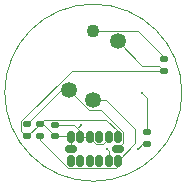
<source format=gbr>
%TF.GenerationSoftware,KiCad,Pcbnew,9.0.0*%
%TF.CreationDate,2025-03-13T15:55:56-04:00*%
%TF.ProjectId,IngestibleCapsule-Board,496e6765-7374-4696-926c-654361707375,rev?*%
%TF.SameCoordinates,Original*%
%TF.FileFunction,Copper,L1,Top*%
%TF.FilePolarity,Positive*%
%FSLAX46Y46*%
G04 Gerber Fmt 4.6, Leading zero omitted, Abs format (unit mm)*
G04 Created by KiCad (PCBNEW 9.0.0) date 2025-03-13 15:55:56*
%MOMM*%
%LPD*%
G01*
G04 APERTURE LIST*
G04 Aperture macros list*
%AMRoundRect*
0 Rectangle with rounded corners*
0 $1 Rounding radius*
0 $2 $3 $4 $5 $6 $7 $8 $9 X,Y pos of 4 corners*
0 Add a 4 corners polygon primitive as box body*
4,1,4,$2,$3,$4,$5,$6,$7,$8,$9,$2,$3,0*
0 Add four circle primitives for the rounded corners*
1,1,$1+$1,$2,$3*
1,1,$1+$1,$4,$5*
1,1,$1+$1,$6,$7*
1,1,$1+$1,$8,$9*
0 Add four rect primitives between the rounded corners*
20,1,$1+$1,$2,$3,$4,$5,0*
20,1,$1+$1,$4,$5,$6,$7,0*
20,1,$1+$1,$6,$7,$8,$9,0*
20,1,$1+$1,$8,$9,$2,$3,0*%
G04 Aperture macros list end*
%TA.AperFunction,SMDPad,CuDef*%
%ADD10RoundRect,0.150000X-0.150000X0.325000X-0.150000X-0.325000X0.150000X-0.325000X0.150000X0.325000X0*%
%TD*%
%TA.AperFunction,SMDPad,CuDef*%
%ADD11RoundRect,0.150000X-0.325000X0.150000X-0.325000X-0.150000X0.325000X-0.150000X0.325000X0.150000X0*%
%TD*%
%TA.AperFunction,SMDPad,CuDef*%
%ADD12RoundRect,0.140000X0.170000X-0.140000X0.170000X0.140000X-0.170000X0.140000X-0.170000X-0.140000X0*%
%TD*%
%TA.AperFunction,SMDPad,CuDef*%
%ADD13RoundRect,0.135000X-0.185000X0.135000X-0.185000X-0.135000X0.185000X-0.135000X0.185000X0.135000X0*%
%TD*%
%TA.AperFunction,ComponentPad*%
%ADD14C,1.350000*%
%TD*%
%TA.AperFunction,ComponentPad*%
%ADD15C,1.100000*%
%TD*%
%TA.AperFunction,SMDPad,CuDef*%
%ADD16RoundRect,0.135000X0.185000X-0.135000X0.185000X0.135000X-0.185000X0.135000X-0.185000X-0.135000X0*%
%TD*%
%TA.AperFunction,ViaPad*%
%ADD17C,0.250000*%
%TD*%
%TA.AperFunction,Conductor*%
%ADD18C,0.100000*%
%TD*%
%TA.AperFunction,Profile*%
%ADD19C,0.050000*%
%TD*%
G04 APERTURE END LIST*
D10*
%TO.P,U3,1,Vdd_I/O*%
%TO.N,I2C_VDD*%
X102100000Y-98750000D03*
%TO.P,U3,2,GND*%
%TO.N,I2C_GND*%
X101300000Y-98750000D03*
%TO.P,U3,3,RES*%
%TO.N,unconnected-(U3-RES-Pad3)*%
X100500000Y-98750000D03*
%TO.P,U3,4,GND*%
%TO.N,I2C_GND*%
X99700000Y-98750000D03*
%TO.P,U3,5,GND*%
X98900000Y-98750000D03*
%TO.P,U3,6,Vs*%
%TO.N,I2C_VDD*%
X98100000Y-98750000D03*
D11*
%TO.P,U3,7,~{CS}*%
X98100000Y-99750000D03*
D10*
%TO.P,U3,8,INT1*%
%TO.N,unconnected-(U3-INT1-Pad8)*%
X98100000Y-100750000D03*
%TO.P,U3,9,INT2*%
%TO.N,unconnected-(U3-INT2-Pad9)*%
X98900000Y-100750000D03*
%TO.P,U3,10,NC*%
%TO.N,unconnected-(U3-NC-Pad10)*%
X99700000Y-100750000D03*
%TO.P,U3,11,RES*%
%TO.N,unconnected-(U3-RES-Pad11)*%
X100500000Y-100750000D03*
%TO.P,U3,12,SDO/ADDR*%
%TO.N,Net-(U3-SDO{slash}ADDR)*%
X101300000Y-100750000D03*
%TO.P,U3,13,SDA/SDI/SDIO*%
%TO.N,/SEN_I2C_SDA*%
X102100000Y-100750000D03*
D11*
%TO.P,U3,14,SCL/SCLK*%
%TO.N,/SEN_I2C_SCL*%
X102100000Y-99750000D03*
%TD*%
D12*
%TO.P,C12,1*%
%TO.N,I2C_VDD*%
X96750000Y-98680000D03*
%TO.P,C12,2*%
%TO.N,I2C_GND*%
X96750000Y-97720000D03*
%TD*%
D13*
%TO.P,R7,1*%
%TO.N,I2C_VDD*%
X95450000Y-97680000D03*
%TO.P,R7,2*%
%TO.N,/SEN_I2C_SDA*%
X95450000Y-98700000D03*
%TD*%
%TO.P,R5,1*%
%TO.N,I2C_GND*%
X104550000Y-98330000D03*
%TO.P,R5,2*%
%TO.N,Net-(U3-SDO{slash}ADDR)*%
X104550000Y-99350000D03*
%TD*%
D12*
%TO.P,C13,1*%
%TO.N,I2C_VDD*%
X106000000Y-93130000D03*
%TO.P,C13,2*%
%TO.N,I2C_GND*%
X106000000Y-92170000D03*
%TD*%
D14*
%TO.P,U2,1,SDA*%
%TO.N,/SEN_I2C_SDA*%
X100000000Y-95600000D03*
%TO.P,U2,2,VDD*%
%TO.N,I2C_VDD*%
X102065000Y-90615000D03*
D15*
%TO.P,U2,3,GND*%
%TO.N,I2C_GND*%
X100000000Y-89760000D03*
D14*
%TO.P,U2,4,SCL*%
%TO.N,/SEN_I2C_SCL*%
X97935000Y-94745000D03*
%TD*%
D16*
%TO.P,R6,1*%
%TO.N,I2C_VDD*%
X94350000Y-98710000D03*
%TO.P,R6,2*%
%TO.N,/SEN_I2C_SCL*%
X94350000Y-97690000D03*
%TD*%
D17*
%TO.N,I2C_GND*%
X104100000Y-95000000D03*
X98975000Y-97700000D03*
%TO.N,Net-(U3-SDO{slash}ADDR)*%
X103750000Y-99750000D03*
X101150000Y-99750000D03*
%TD*%
D18*
%TO.N,I2C_VDD*%
X93879000Y-98239000D02*
X94350000Y-98710000D01*
X104160000Y-92710000D02*
X102065000Y-90615000D01*
%TO.N,/SEN_I2C_SDA*%
X101948999Y-101376000D02*
X102100000Y-101224999D01*
%TO.N,I2C_VDD*%
X98100000Y-98750000D02*
X98100000Y-99750000D01*
X106000000Y-93130000D02*
X98181792Y-93130000D01*
X93879000Y-97432792D02*
X93879000Y-98239000D01*
%TO.N,/SEN_I2C_SCL*%
X94350000Y-97690000D02*
X97295000Y-94745000D01*
%TO.N,I2C_VDD*%
X106000000Y-93130000D02*
X105580000Y-92710000D01*
X105580000Y-92710000D02*
X104160000Y-92710000D01*
%TO.N,/SEN_I2C_SCL*%
X100680836Y-96426000D02*
X99616000Y-96426000D01*
%TO.N,/SEN_I2C_SDA*%
X103550000Y-98050000D02*
X101100000Y-95600000D01*
X103550000Y-99300000D02*
X103550000Y-98050000D01*
%TO.N,/SEN_I2C_SCL*%
X102551000Y-98296164D02*
X100680836Y-96426000D01*
%TO.N,/SEN_I2C_SDA*%
X97821164Y-101376000D02*
X101948999Y-101376000D01*
%TO.N,/SEN_I2C_SCL*%
X102551000Y-99299000D02*
X102551000Y-98296164D01*
%TO.N,I2C_VDD*%
X102100000Y-98750000D02*
X102100000Y-98275001D01*
%TO.N,/SEN_I2C_SDA*%
X102100000Y-101224999D02*
X102100000Y-100750000D01*
X102100000Y-100750000D02*
X103550000Y-99300000D01*
X101100000Y-95600000D02*
X100000000Y-95600000D01*
%TO.N,I2C_VDD*%
X98030000Y-98680000D02*
X98100000Y-98750000D01*
X94420000Y-98710000D02*
X95450000Y-97680000D01*
%TO.N,/SEN_I2C_SDA*%
X95450000Y-99004836D02*
X97821164Y-101376000D01*
X95450000Y-98700000D02*
X95450000Y-99004836D01*
%TO.N,I2C_GND*%
X99700000Y-98750000D02*
X98900000Y-98750000D01*
%TO.N,I2C_VDD*%
X102100000Y-98275001D02*
X101113999Y-97289000D01*
%TO.N,I2C_GND*%
X104550000Y-95450000D02*
X104100000Y-95000000D01*
%TO.N,I2C_VDD*%
X98181792Y-93130000D02*
X93879000Y-97432792D01*
X96750000Y-98680000D02*
X98030000Y-98680000D01*
%TO.N,I2C_GND*%
X99700000Y-98854836D02*
X99700000Y-98750000D01*
%TO.N,/SEN_I2C_SCL*%
X97295000Y-94745000D02*
X97935000Y-94745000D01*
%TO.N,I2C_GND*%
X101300000Y-98854836D02*
X100778836Y-99376000D01*
X98344999Y-97720000D02*
X98649999Y-98025001D01*
%TO.N,I2C_VDD*%
X95450000Y-97680000D02*
X95750000Y-97680000D01*
X95841000Y-97289000D02*
X95450000Y-97680000D01*
%TO.N,I2C_GND*%
X101300000Y-98750000D02*
X101300000Y-98854836D01*
X98975000Y-97700000D02*
X98649999Y-98025001D01*
%TO.N,Net-(U3-SDO{slash}ADDR)*%
X101300000Y-99900000D02*
X101150000Y-99750000D01*
X104550000Y-99350000D02*
X104150000Y-99350000D01*
X104150000Y-99350000D02*
X103750000Y-99750000D01*
%TO.N,I2C_GND*%
X104550000Y-98330000D02*
X104550000Y-95450000D01*
X98649999Y-98025001D02*
X98900000Y-98275001D01*
X98900000Y-98275001D02*
X98900000Y-98750000D01*
X100221164Y-99376000D02*
X99700000Y-98854836D01*
X96750000Y-97720000D02*
X98344999Y-97720000D01*
X100778836Y-99376000D02*
X100221164Y-99376000D01*
X106000000Y-92000000D02*
X103760000Y-89760000D01*
X106000000Y-92170000D02*
X106000000Y-92000000D01*
%TO.N,I2C_VDD*%
X94350000Y-98710000D02*
X94420000Y-98710000D01*
X101113999Y-97289000D02*
X95841000Y-97289000D01*
%TO.N,/SEN_I2C_SCL*%
X99616000Y-96426000D02*
X97935000Y-94745000D01*
%TO.N,Net-(U3-SDO{slash}ADDR)*%
X101300000Y-100750000D02*
X101300000Y-99900000D01*
%TO.N,/SEN_I2C_SCL*%
X102100000Y-99750000D02*
X102551000Y-99299000D01*
%TO.N,I2C_GND*%
X103760000Y-89760000D02*
X100000000Y-89760000D01*
%TO.N,I2C_VDD*%
X95750000Y-97680000D02*
X96750000Y-98680000D01*
%TD*%
D19*
X107500000Y-95000000D02*
G75*
G02*
X92500000Y-95000000I-7500000J0D01*
G01*
X92500000Y-95000000D02*
G75*
G02*
X107500000Y-95000000I7500000J0D01*
G01*
M02*

</source>
